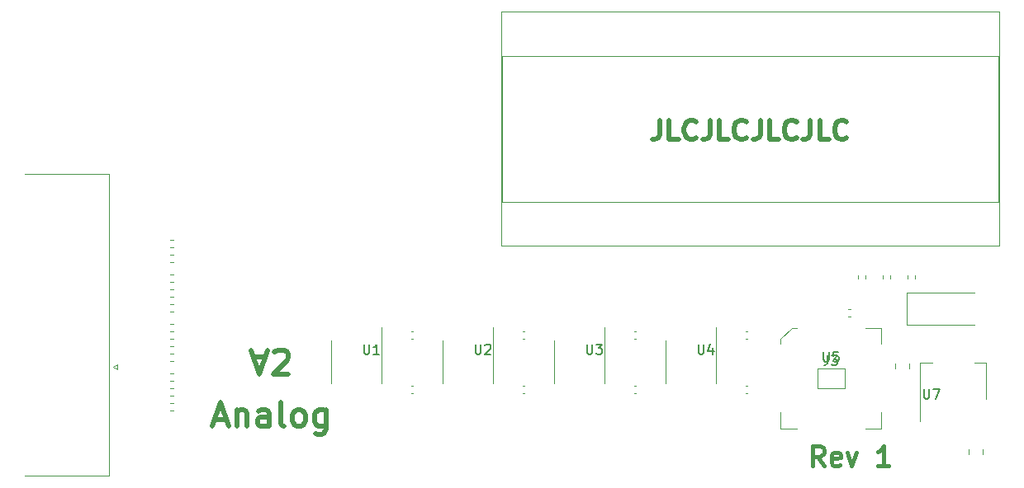
<source format=gto>
%TF.GenerationSoftware,KiCad,Pcbnew,(5.1.10)-1*%
%TF.CreationDate,2023-04-17T01:05:29-04:00*%
%TF.ProjectId,V2-Analog-Rev1,56322d41-6e61-46c6-9f67-2d526576312e,rev?*%
%TF.SameCoordinates,Original*%
%TF.FileFunction,Legend,Top*%
%TF.FilePolarity,Positive*%
%FSLAX46Y46*%
G04 Gerber Fmt 4.6, Leading zero omitted, Abs format (unit mm)*
G04 Created by KiCad (PCBNEW (5.1.10)-1) date 2023-04-17 01:05:29*
%MOMM*%
%LPD*%
G01*
G04 APERTURE LIST*
%ADD10C,0.400000*%
%ADD11C,0.500000*%
%ADD12C,0.120000*%
%ADD13C,0.100000*%
%ADD14C,0.150000*%
G04 APERTURE END LIST*
D10*
X165519314Y-124508961D02*
X164852647Y-123556580D01*
X164376457Y-124508961D02*
X164376457Y-122508961D01*
X165138361Y-122508961D01*
X165328838Y-122604200D01*
X165424076Y-122699438D01*
X165519314Y-122889914D01*
X165519314Y-123175628D01*
X165424076Y-123366104D01*
X165328838Y-123461342D01*
X165138361Y-123556580D01*
X164376457Y-123556580D01*
X167138361Y-124413723D02*
X166947885Y-124508961D01*
X166566933Y-124508961D01*
X166376457Y-124413723D01*
X166281219Y-124223247D01*
X166281219Y-123461342D01*
X166376457Y-123270866D01*
X166566933Y-123175628D01*
X166947885Y-123175628D01*
X167138361Y-123270866D01*
X167233600Y-123461342D01*
X167233600Y-123651819D01*
X166281219Y-123842295D01*
X167900266Y-123175628D02*
X168376457Y-124508961D01*
X168852647Y-123175628D01*
X172185980Y-124508961D02*
X171043123Y-124508961D01*
X171614552Y-124508961D02*
X171614552Y-122508961D01*
X171424076Y-122794676D01*
X171233600Y-122985152D01*
X171043123Y-123080390D01*
D11*
X103049190Y-119753666D02*
X104239666Y-119753666D01*
X102811095Y-120467952D02*
X103644428Y-117967952D01*
X104477761Y-120467952D01*
X105311095Y-118801285D02*
X105311095Y-120467952D01*
X105311095Y-119039380D02*
X105430142Y-118920333D01*
X105668238Y-118801285D01*
X106025380Y-118801285D01*
X106263476Y-118920333D01*
X106382523Y-119158428D01*
X106382523Y-120467952D01*
X108644428Y-120467952D02*
X108644428Y-119158428D01*
X108525380Y-118920333D01*
X108287285Y-118801285D01*
X107811095Y-118801285D01*
X107573000Y-118920333D01*
X108644428Y-120348904D02*
X108406333Y-120467952D01*
X107811095Y-120467952D01*
X107573000Y-120348904D01*
X107453952Y-120110809D01*
X107453952Y-119872714D01*
X107573000Y-119634619D01*
X107811095Y-119515571D01*
X108406333Y-119515571D01*
X108644428Y-119396523D01*
X110192047Y-120467952D02*
X109953952Y-120348904D01*
X109834904Y-120110809D01*
X109834904Y-117967952D01*
X111501571Y-120467952D02*
X111263476Y-120348904D01*
X111144428Y-120229857D01*
X111025380Y-119991761D01*
X111025380Y-119277476D01*
X111144428Y-119039380D01*
X111263476Y-118920333D01*
X111501571Y-118801285D01*
X111858714Y-118801285D01*
X112096809Y-118920333D01*
X112215857Y-119039380D01*
X112334904Y-119277476D01*
X112334904Y-119991761D01*
X112215857Y-120229857D01*
X112096809Y-120348904D01*
X111858714Y-120467952D01*
X111501571Y-120467952D01*
X114477761Y-118801285D02*
X114477761Y-120825095D01*
X114358714Y-121063190D01*
X114239666Y-121182238D01*
X114001571Y-121301285D01*
X113644428Y-121301285D01*
X113406333Y-121182238D01*
X114477761Y-120348904D02*
X114239666Y-120467952D01*
X113763476Y-120467952D01*
X113525380Y-120348904D01*
X113406333Y-120229857D01*
X113287285Y-119991761D01*
X113287285Y-119277476D01*
X113406333Y-119039380D01*
X113525380Y-118920333D01*
X113763476Y-118801285D01*
X114239666Y-118801285D01*
X114477761Y-118920333D01*
X148708504Y-89019061D02*
X148708504Y-90447633D01*
X148613266Y-90733347D01*
X148422790Y-90923823D01*
X148137076Y-91019061D01*
X147946600Y-91019061D01*
X150613266Y-91019061D02*
X149660885Y-91019061D01*
X149660885Y-89019061D01*
X152422790Y-90828585D02*
X152327552Y-90923823D01*
X152041838Y-91019061D01*
X151851361Y-91019061D01*
X151565647Y-90923823D01*
X151375171Y-90733347D01*
X151279933Y-90542871D01*
X151184695Y-90161919D01*
X151184695Y-89876204D01*
X151279933Y-89495252D01*
X151375171Y-89304776D01*
X151565647Y-89114300D01*
X151851361Y-89019061D01*
X152041838Y-89019061D01*
X152327552Y-89114300D01*
X152422790Y-89209538D01*
X153851361Y-89019061D02*
X153851361Y-90447633D01*
X153756123Y-90733347D01*
X153565647Y-90923823D01*
X153279933Y-91019061D01*
X153089457Y-91019061D01*
X155756123Y-91019061D02*
X154803742Y-91019061D01*
X154803742Y-89019061D01*
X157565647Y-90828585D02*
X157470409Y-90923823D01*
X157184695Y-91019061D01*
X156994219Y-91019061D01*
X156708504Y-90923823D01*
X156518028Y-90733347D01*
X156422790Y-90542871D01*
X156327552Y-90161919D01*
X156327552Y-89876204D01*
X156422790Y-89495252D01*
X156518028Y-89304776D01*
X156708504Y-89114300D01*
X156994219Y-89019061D01*
X157184695Y-89019061D01*
X157470409Y-89114300D01*
X157565647Y-89209538D01*
X158994219Y-89019061D02*
X158994219Y-90447633D01*
X158898980Y-90733347D01*
X158708504Y-90923823D01*
X158422790Y-91019061D01*
X158232314Y-91019061D01*
X160898980Y-91019061D02*
X159946600Y-91019061D01*
X159946600Y-89019061D01*
X162708504Y-90828585D02*
X162613266Y-90923823D01*
X162327552Y-91019061D01*
X162137076Y-91019061D01*
X161851361Y-90923823D01*
X161660885Y-90733347D01*
X161565647Y-90542871D01*
X161470409Y-90161919D01*
X161470409Y-89876204D01*
X161565647Y-89495252D01*
X161660885Y-89304776D01*
X161851361Y-89114300D01*
X162137076Y-89019061D01*
X162327552Y-89019061D01*
X162613266Y-89114300D01*
X162708504Y-89209538D01*
X164137076Y-89019061D02*
X164137076Y-90447633D01*
X164041838Y-90733347D01*
X163851361Y-90923823D01*
X163565647Y-91019061D01*
X163375171Y-91019061D01*
X166041838Y-91019061D02*
X165089457Y-91019061D01*
X165089457Y-89019061D01*
X167851361Y-90828585D02*
X167756123Y-90923823D01*
X167470409Y-91019061D01*
X167279933Y-91019061D01*
X166994219Y-90923823D01*
X166803742Y-90733347D01*
X166708504Y-90542871D01*
X166613266Y-90161919D01*
X166613266Y-89876204D01*
X166708504Y-89495252D01*
X166803742Y-89304776D01*
X166994219Y-89114300D01*
X167279933Y-89019061D01*
X167470409Y-89019061D01*
X167756123Y-89114300D01*
X167851361Y-89209538D01*
X108188000Y-113368000D02*
X107045000Y-113368000D01*
X106799190Y-112633952D02*
X107632523Y-115133952D01*
X108465857Y-112633952D01*
X109180142Y-112872047D02*
X109299190Y-112753000D01*
X109537285Y-112633952D01*
X110132523Y-112633952D01*
X110370619Y-112753000D01*
X110489666Y-112872047D01*
X110608714Y-113110142D01*
X110608714Y-113348238D01*
X110489666Y-113705380D01*
X109061095Y-115133952D01*
X110608714Y-115133952D01*
D12*
%TO.C,U6*%
X132452000Y-77905000D02*
X132452000Y-101950000D01*
X183492000Y-77905000D02*
X132452000Y-77905000D01*
X183492000Y-101950000D02*
X183492000Y-77905000D01*
X132452000Y-101950000D02*
X183492000Y-101950000D01*
X132512000Y-82405000D02*
X132512000Y-97405000D01*
X183432000Y-82405000D02*
X132512000Y-82405000D01*
X183432000Y-97405000D02*
X183432000Y-82405000D01*
X132512000Y-97405000D02*
X183432000Y-97405000D01*
%TO.C,J3*%
X164827000Y-116527000D02*
X164827000Y-114527000D01*
X167627000Y-116527000D02*
X164827000Y-116527000D01*
X167627000Y-114527000D02*
X167627000Y-116527000D01*
X164827000Y-114527000D02*
X167627000Y-114527000D01*
%TO.C,D1*%
X174019000Y-106765000D02*
X174019000Y-110065000D01*
X174019000Y-110065000D02*
X180919000Y-110065000D01*
X174019000Y-106765000D02*
X180919000Y-106765000D01*
%TO.C,C11*%
X180351000Y-122818248D02*
X180351000Y-123340752D01*
X181821000Y-122818248D02*
X181821000Y-123340752D01*
%TO.C,C10*%
X172794500Y-113995748D02*
X172794500Y-114518252D01*
X174264500Y-113995748D02*
X174264500Y-114518252D01*
%TO.C,U7*%
X175355000Y-119934000D02*
X175355000Y-113924000D01*
X182175000Y-117684000D02*
X182175000Y-113924000D01*
X175355000Y-113924000D02*
X176615000Y-113924000D01*
X182175000Y-113924000D02*
X180915000Y-113924000D01*
D13*
%TO.C,U5*%
X171392000Y-120692000D02*
X171392000Y-119042000D01*
X169742000Y-120692000D02*
X171392000Y-120692000D01*
X161062000Y-120692000D02*
X161062000Y-119042000D01*
X162712000Y-120692000D02*
X161062000Y-120692000D01*
X171392000Y-110362000D02*
X171392000Y-112012000D01*
X169742000Y-110362000D02*
X171392000Y-110362000D01*
X161062000Y-111512000D02*
X161062000Y-112012000D01*
X162212000Y-110362000D02*
X161062000Y-111512000D01*
X162712000Y-110362000D02*
X162212000Y-110362000D01*
D12*
%TO.C,C9*%
X168016165Y-109156000D02*
X168247835Y-109156000D01*
X168016165Y-108436000D02*
X168247835Y-108436000D01*
%TO.C,C8*%
X157475165Y-111442000D02*
X157706835Y-111442000D01*
X157475165Y-110722000D02*
X157706835Y-110722000D01*
%TO.C,C7*%
X157475165Y-117030000D02*
X157706835Y-117030000D01*
X157475165Y-116310000D02*
X157706835Y-116310000D01*
%TO.C,C6*%
X146045165Y-111442000D02*
X146276835Y-111442000D01*
X146045165Y-110722000D02*
X146276835Y-110722000D01*
%TO.C,C5*%
X146045165Y-117030000D02*
X146276835Y-117030000D01*
X146045165Y-116310000D02*
X146276835Y-116310000D01*
%TO.C,C4*%
X134615165Y-111442000D02*
X134846835Y-111442000D01*
X134615165Y-110722000D02*
X134846835Y-110722000D01*
%TO.C,C3*%
X134615165Y-117030000D02*
X134846835Y-117030000D01*
X134615165Y-116310000D02*
X134846835Y-116310000D01*
%TO.C,C2*%
X123185165Y-111442000D02*
X123416835Y-111442000D01*
X123185165Y-110722000D02*
X123416835Y-110722000D01*
%TO.C,C1*%
X123185165Y-117030000D02*
X123416835Y-117030000D01*
X123185165Y-116310000D02*
X123416835Y-116310000D01*
%TO.C,J2*%
X92666325Y-114384000D02*
X93099338Y-114134000D01*
X93099338Y-114634000D02*
X92666325Y-114384000D01*
X93099338Y-114134000D02*
X93099338Y-114634000D01*
X92205000Y-125554000D02*
X83605000Y-125554000D01*
X92205000Y-94584000D02*
X92205000Y-125554000D01*
X83605000Y-94584000D02*
X92205000Y-94584000D01*
%TO.C,U4*%
X154486000Y-113876000D02*
X154486000Y-110276000D01*
X154486000Y-113876000D02*
X154486000Y-116076000D01*
X149266000Y-113876000D02*
X149266000Y-111676000D01*
X149266000Y-113876000D02*
X149266000Y-116076000D01*
%TO.C,U3*%
X143056000Y-113876000D02*
X143056000Y-110276000D01*
X143056000Y-113876000D02*
X143056000Y-116076000D01*
X137836000Y-113876000D02*
X137836000Y-111676000D01*
X137836000Y-113876000D02*
X137836000Y-116076000D01*
%TO.C,U1*%
X120196000Y-113876000D02*
X120196000Y-110276000D01*
X120196000Y-113876000D02*
X120196000Y-116076000D01*
X114976000Y-113876000D02*
X114976000Y-111676000D01*
X114976000Y-113876000D02*
X114976000Y-116076000D01*
%TO.C,U2*%
X131626000Y-113876000D02*
X131626000Y-110276000D01*
X131626000Y-113876000D02*
X131626000Y-116076000D01*
X126406000Y-113876000D02*
X126406000Y-111676000D01*
X126406000Y-113876000D02*
X126406000Y-116076000D01*
%TO.C,R14*%
X171562000Y-104945379D02*
X171562000Y-105280621D01*
X172322000Y-104945379D02*
X172322000Y-105280621D01*
%TO.C,R13*%
X174102000Y-104945379D02*
X174102000Y-105280621D01*
X174862000Y-104945379D02*
X174862000Y-105280621D01*
%TO.C,R12*%
X169022000Y-104945379D02*
X169022000Y-105280621D01*
X169782000Y-104945379D02*
X169782000Y-105280621D01*
%TO.C,R11*%
X98830621Y-102828000D02*
X98495379Y-102828000D01*
X98830621Y-103588000D02*
X98495379Y-103588000D01*
%TO.C,R10*%
X98830621Y-101304000D02*
X98495379Y-101304000D01*
X98830621Y-102064000D02*
X98495379Y-102064000D01*
%TO.C,R9*%
X98830621Y-104860000D02*
X98495379Y-104860000D01*
X98830621Y-105620000D02*
X98495379Y-105620000D01*
%TO.C,R8*%
X98830621Y-106384000D02*
X98495379Y-106384000D01*
X98830621Y-107144000D02*
X98495379Y-107144000D01*
%TO.C,R7*%
X98830621Y-107908000D02*
X98495379Y-107908000D01*
X98830621Y-108668000D02*
X98495379Y-108668000D01*
%TO.C,R6*%
X98830621Y-109940000D02*
X98495379Y-109940000D01*
X98830621Y-110700000D02*
X98495379Y-110700000D01*
%TO.C,R5*%
X98830621Y-111464000D02*
X98495379Y-111464000D01*
X98830621Y-112224000D02*
X98495379Y-112224000D01*
%TO.C,R4*%
X98830621Y-112988000D02*
X98495379Y-112988000D01*
X98830621Y-113748000D02*
X98495379Y-113748000D01*
%TO.C,R3*%
X98830621Y-115020000D02*
X98495379Y-115020000D01*
X98830621Y-115780000D02*
X98495379Y-115780000D01*
%TO.C,R2*%
X98830621Y-116544000D02*
X98495379Y-116544000D01*
X98830621Y-117304000D02*
X98495379Y-117304000D01*
%TO.C,R1*%
X98830621Y-118068000D02*
X98495379Y-118068000D01*
X98830621Y-118828000D02*
X98495379Y-118828000D01*
%TO.C,J3*%
D14*
X165893666Y-113179380D02*
X165893666Y-113893666D01*
X165846047Y-114036523D01*
X165750809Y-114131761D01*
X165607952Y-114179380D01*
X165512714Y-114179380D01*
X166274619Y-113179380D02*
X166893666Y-113179380D01*
X166560333Y-113560333D01*
X166703190Y-113560333D01*
X166798428Y-113607952D01*
X166846047Y-113655571D01*
X166893666Y-113750809D01*
X166893666Y-113988904D01*
X166846047Y-114084142D01*
X166798428Y-114131761D01*
X166703190Y-114179380D01*
X166417476Y-114179380D01*
X166322238Y-114131761D01*
X166274619Y-114084142D01*
%TO.C,U7*%
X175752095Y-116630380D02*
X175752095Y-117439904D01*
X175799714Y-117535142D01*
X175847333Y-117582761D01*
X175942571Y-117630380D01*
X176133047Y-117630380D01*
X176228285Y-117582761D01*
X176275904Y-117535142D01*
X176323523Y-117439904D01*
X176323523Y-116630380D01*
X176704476Y-116630380D02*
X177371142Y-116630380D01*
X176942571Y-117630380D01*
%TO.C,U5*%
X165465095Y-112820380D02*
X165465095Y-113629904D01*
X165512714Y-113725142D01*
X165560333Y-113772761D01*
X165655571Y-113820380D01*
X165846047Y-113820380D01*
X165941285Y-113772761D01*
X165988904Y-113725142D01*
X166036523Y-113629904D01*
X166036523Y-112820380D01*
X166988904Y-112820380D02*
X166512714Y-112820380D01*
X166465095Y-113296571D01*
X166512714Y-113248952D01*
X166607952Y-113201333D01*
X166846047Y-113201333D01*
X166941285Y-113248952D01*
X166988904Y-113296571D01*
X167036523Y-113391809D01*
X167036523Y-113629904D01*
X166988904Y-113725142D01*
X166941285Y-113772761D01*
X166846047Y-113820380D01*
X166607952Y-113820380D01*
X166512714Y-113772761D01*
X166465095Y-113725142D01*
%TO.C,U4*%
X152638095Y-112058380D02*
X152638095Y-112867904D01*
X152685714Y-112963142D01*
X152733333Y-113010761D01*
X152828571Y-113058380D01*
X153019047Y-113058380D01*
X153114285Y-113010761D01*
X153161904Y-112963142D01*
X153209523Y-112867904D01*
X153209523Y-112058380D01*
X154114285Y-112391714D02*
X154114285Y-113058380D01*
X153876190Y-112010761D02*
X153638095Y-112725047D01*
X154257142Y-112725047D01*
%TO.C,U3*%
X141208095Y-112058380D02*
X141208095Y-112867904D01*
X141255714Y-112963142D01*
X141303333Y-113010761D01*
X141398571Y-113058380D01*
X141589047Y-113058380D01*
X141684285Y-113010761D01*
X141731904Y-112963142D01*
X141779523Y-112867904D01*
X141779523Y-112058380D01*
X142160476Y-112058380D02*
X142779523Y-112058380D01*
X142446190Y-112439333D01*
X142589047Y-112439333D01*
X142684285Y-112486952D01*
X142731904Y-112534571D01*
X142779523Y-112629809D01*
X142779523Y-112867904D01*
X142731904Y-112963142D01*
X142684285Y-113010761D01*
X142589047Y-113058380D01*
X142303333Y-113058380D01*
X142208095Y-113010761D01*
X142160476Y-112963142D01*
%TO.C,U1*%
X118348095Y-112058380D02*
X118348095Y-112867904D01*
X118395714Y-112963142D01*
X118443333Y-113010761D01*
X118538571Y-113058380D01*
X118729047Y-113058380D01*
X118824285Y-113010761D01*
X118871904Y-112963142D01*
X118919523Y-112867904D01*
X118919523Y-112058380D01*
X119919523Y-113058380D02*
X119348095Y-113058380D01*
X119633809Y-113058380D02*
X119633809Y-112058380D01*
X119538571Y-112201238D01*
X119443333Y-112296476D01*
X119348095Y-112344095D01*
%TO.C,U2*%
X129778095Y-112058380D02*
X129778095Y-112867904D01*
X129825714Y-112963142D01*
X129873333Y-113010761D01*
X129968571Y-113058380D01*
X130159047Y-113058380D01*
X130254285Y-113010761D01*
X130301904Y-112963142D01*
X130349523Y-112867904D01*
X130349523Y-112058380D01*
X130778095Y-112153619D02*
X130825714Y-112106000D01*
X130920952Y-112058380D01*
X131159047Y-112058380D01*
X131254285Y-112106000D01*
X131301904Y-112153619D01*
X131349523Y-112248857D01*
X131349523Y-112344095D01*
X131301904Y-112486952D01*
X130730476Y-113058380D01*
X131349523Y-113058380D01*
%TD*%
M02*

</source>
